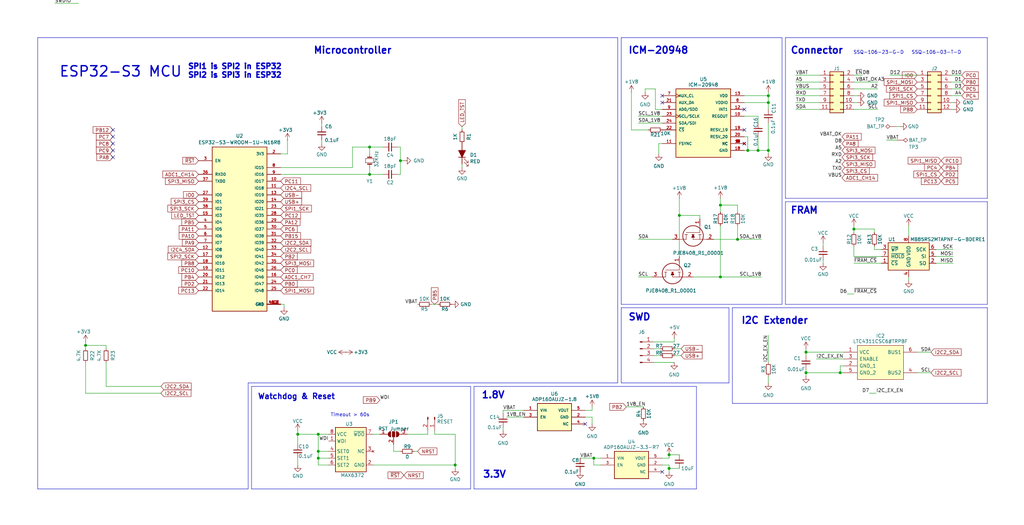
<source format=kicad_sch>
(kicad_sch (version 20250114) (generator "eeschema") (generator_version "9.0")
  (paper "User" 380 194.996)
  (title_block (title "HexSense Svalbard - MCU module") (date "2023-05-25") (rev "V1") (company "MIT Media Lab") (comment 1 "Fangzheng Liu"))
  (rectangle (start 47.244 -15.24) (end 67.31 -12.192))
  (text "ICM-20948" (at 233.045 20.32 0) (effects (font (size 2.54 2.54) (thickness 0.508) (bold yes)) (justify left bottom)))
  (text "SSQ-106-03-T-D" (at 338.201 20.32 0) (effects (font (size 1.27 1.27)) (justify left bottom)))
  (text "1.8V" (at 178.562 148.336 0) (effects (font (size 2.54 2.54) (thickness 0.508) (bold yes)) (justify left bottom)))
  (text "SPI1 is SPI2 in ESP32\nSPI2 is SPI3 in ESP32" (at 69.596 29.21 0) (effects (font (size 2 2) (thickness 0.508) (bold yes)) (justify left bottom)))
  (text "Microcontroller" (at 116.205 20.32 0) (effects (font (size 2.54 2.54) (thickness 0.508) (bold yes)) (justify left bottom)))
  (text "FRAM" (at 293.243 79.756 0) (effects (font (size 2.54 2.54) (thickness 0.508) (bold yes)) (justify left bottom)))
  (text "Timeout > 60s" (at 137.16 154.94 0) (effects (font (size 1.27 1.27)) (justify right bottom)))
  (text "ESP32-S3 MCU" (at 21.844 28.956 0) (effects (font (size 3.81 3.81) (thickness 0.508) (bold yes)) (justify left bottom)))
  (text "Watchdog & Reset" (at 124.46 148.59 0) (effects (font (size 2.032 2.032) (thickness 0.4) (bold yes)) (justify right bottom)))
  (text "SWD" (at 233.045 119.38 0) (effects (font (size 2.54 2.54) (thickness 0.508) (bold yes)) (justify left bottom)))
  (text "Connector" (at 293.243 20.32 0) (effects (font (size 2.54 2.54) (thickness 0.508) (bold yes)) (justify left bottom)))
  (text "3.3V" (at 179.07 177.8 0) (effects (font (size 2.54 2.54) (thickness 0.508) (bold yes)) (justify left bottom)))
  (text "Switch these 2 pins" (at 47.498 -12.7 0) (effects (font (size 1.27 1.27)) (justify left bottom)))
  (text "SSQ-106-23-G-D" (at 316.611 20.32 0) (effects (font (size 1.27 1.27)) (justify left bottom)))
  (text "I2C Extender" (at 274.955 120.65 0) (effects (font (size 2.54 2.54) (thickness 0.508) (bold yes)) (justify left bottom)))
  (junction (at 220.345 170.18))
  (junction (at 118.11 161.29))
  (junction (at 118.11 170.18))
  (junction (at 110.49 161.29))
  (junction (at 248.285 168.91))
  (junction (at 316.865 85.09))
  (junction (at 277.495 55.88))
  (junction (at 118.11 167.64))
  (junction (at 267.335 102.87))
  (junction (at 267.335 76.2))
  (junction (at 285.115 55.88))
  (junction (at 168.91 172.72))
  (junction (at 311.785 138.43))
  (junction (at 299.085 138.43))
  (junction (at 273.685 88.9))
  (junction (at 248.285 173.99))
  (junction (at 31.75 128.27))
  (junction (at 299.085 130.81))
  (junction (at 281.305 55.88))
  (junction (at 252.095 80.01))
  (junction (at 137.16 64.77))
  (junction (at 285.115 38.1))
  (junction (at 148.59 59.69))
  (junction (at 285.115 35.56))
  (junction (at 137.16 54.61))
  (no_connect (at 41.91 50.8))
  (no_connect (at 41.91 48.26))
  (no_connect (at 245.745 175.26))
  (no_connect (at 276.225 48.26))
  (no_connect (at 245.745 35.56))
  (no_connect (at 29.21 -69.85))
  (no_connect (at 245.745 38.1))
  (no_connect (at 276.225 53.34))
  (no_connect (at 29.21 -44.45))
  (no_connect (at 217.17 157.48))
  (no_connect (at 41.91 53.34))
  (no_connect (at 41.91 55.88))
  (no_connect (at 41.91 58.42))
  (no_connect (at 276.225 40.64))
  (wire (pts (xy 121.92 167.64) (xy 118.11 167.64)))
  (wire (pts (xy 285.115 45.72) (xy 285.115 55.88)))
  (wire (pts (xy 138.43 172.72) (xy 168.91 172.72)))
  (wire (pts (xy 20.32 -46.99) (xy 29.21 -46.99)))
  (polyline (pts (xy 366.395 73.66) (xy 291.465 73.66)))
  (wire (pts (xy 12.7 -21.59) (xy 29.21 -21.59)))
  (wire (pts (xy 215.265 170.18) (xy 220.345 170.18)))
  (wire (pts (xy 324.485 92.71) (xy 327.025 92.71)))
  (wire (pts (xy 39.37 134.62) (xy 39.37 143.51)))
  (wire (pts (xy 20.32 -29.21) (xy 29.21 -29.21)))
  (wire (pts (xy 234.315 48.26) (xy 240.665 48.26)))
  (wire (pts (xy 217.17 154.94) (xy 219.71 154.94)))
  (wire (pts (xy 340.36 130.81) (xy 345.44 130.81)))
  (polyline (pts (xy 230.505 114.3) (xy 270.51 114.3)))
  (wire (pts (xy 311.785 135.89) (xy 311.785 138.43)))
  (wire (pts (xy 316.865 91.44) (xy 316.865 95.25)))
  (polyline (pts (xy 366.395 114.3) (xy 366.395 149.86)))
  (wire (pts (xy 273.685 88.9) (xy 282.575 88.9)))
  (polyline (pts (xy 92.075 142.24) (xy 229.235 142.24)))
  (wire (pts (xy 137.16 57.15) (xy 137.16 54.61)))
  (wire (pts (xy 20.32 -34.29) (xy 29.21 -34.29)))
  (polyline (pts (xy 174.625 181.61) (xy 93.345 181.61)))
  (polyline (pts (xy 175.895 143.51) (xy 175.895 181.61)))
  (wire (pts (xy 48.26 -49.53) (xy 54.61 -49.53)))
  (wire (pts (xy 353.06 38.1) (xy 353.695 38.1)))
  (wire (pts (xy 161.29 161.29) (xy 168.91 161.29)))
  (wire (pts (xy 244.475 53.34) (xy 244.475 57.15)))
  (wire (pts (xy 313.055 135.89) (xy 311.785 135.89)))
  (wire (pts (xy 148.59 54.61) (xy 147.32 54.61)))
  (wire (pts (xy 48.26 -19.05) (xy 54.61 -19.05)))
  (wire (pts (xy 142.24 54.61) (xy 137.16 54.61)))
  (wire (pts (xy 276.225 38.1) (xy 285.115 38.1)))
  (wire (pts (xy 316.865 38.1) (xy 318.135 38.1)))
  (wire (pts (xy 104.14 62.23) (xy 130.81 62.23)))
  (wire (pts (xy 242.57 132.08) (xy 245.11 132.08)))
  (polyline (pts (xy 270.51 114.3) (xy 270.51 142.24)))
  (wire (pts (xy 267.335 76.2) (xy 273.685 76.2)))
  (wire (pts (xy 186.69 152.4) (xy 186.69 153.67)))
  (wire (pts (xy 242.57 134.62) (xy 250.19 134.62)))
  (wire (pts (xy 160.02 113.03) (xy 162.56 113.03)))
  (wire (pts (xy 347.345 95.25) (xy 353.695 95.25)))
  (polyline (pts (xy 92.075 181.61) (xy 92.075 142.24)))
  (wire (pts (xy 328.93 52.07) (xy 332.74 52.07)))
  (wire (pts (xy 171.45 48.26) (xy 171.45 46.99)))
  (wire (pts (xy 12.7 -1.27) (xy 29.21 -1.27)))
  (wire (pts (xy 48.26 -69.85) (xy 54.61 -69.85)))
  (wire (pts (xy 252.095 80.01) (xy 252.095 95.25)))
  (wire (pts (xy 20.32 -24.13) (xy 29.21 -24.13)))
  (wire (pts (xy 295.275 27.94) (xy 304.165 27.94)))
  (wire (pts (xy 273.685 83.82) (xy 273.685 88.9)))
  (polyline (pts (xy 229.235 142.24) (xy 229.235 13.97)))
  (wire (pts (xy 243.205 40.64) (xy 243.205 33.02)))
  (polyline (pts (xy 271.78 114.3) (xy 366.395 114.3)))
  (wire (pts (xy 137.16 64.77) (xy 142.24 64.77)))
  (wire (pts (xy 20.32 -26.67) (xy 29.21 -26.67)))
  (wire (pts (xy 110.49 161.29) (xy 118.11 161.29)))
  (wire (pts (xy 324.485 86.36) (xy 324.485 85.09)))
  (wire (pts (xy 276.225 43.18) (xy 281.305 43.18)))
  (polyline (pts (xy 259.715 142.24) (xy 259.715 142.24)))
  (wire (pts (xy 104.14 64.77) (xy 137.16 64.77)))
  (polyline (pts (xy 259.715 142.24) (xy 270.51 142.24)))
  (wire (pts (xy 31.75 134.62) (xy 31.75 146.05)))
  (wire (pts (xy 118.11 172.72) (xy 121.92 172.72)))
  (wire (pts (xy 305.435 97.79) (xy 305.435 96.52)))
  (wire (pts (xy 281.305 43.18) (xy 281.305 45.72)))
  (wire (pts (xy 148.59 64.77) (xy 148.59 59.69)))
  (wire (pts (xy 31.75 128.27) (xy 39.37 128.27)))
  (wire (pts (xy 239.395 33.02) (xy 239.395 34.29)))
  (wire (pts (xy 20.32 -57.15) (xy 29.21 -57.15)))
  (wire (pts (xy 267.335 102.87) (xy 282.575 102.87)))
  (wire (pts (xy 118.11 161.29) (xy 118.11 167.64)))
  (wire (pts (xy 267.335 83.82) (xy 267.335 102.87)))
  (polyline (pts (xy 291.465 74.93) (xy 366.395 74.93)))
  (wire (pts (xy 299.085 129.54) (xy 299.085 130.81)))
  (wire (pts (xy 48.26 -54.61) (xy 54.61 -54.61)))
  (wire (pts (xy 295.275 40.64) (xy 304.165 40.64)))
  (wire (pts (xy 20.32 -31.75) (xy 29.21 -31.75)))
  (wire (pts (xy 316.865 95.25) (xy 327.025 95.25)))
  (wire (pts (xy 31.75 128.27) (xy 31.75 129.54)))
  (wire (pts (xy 118.11 167.64) (xy 118.11 170.18)))
  (wire (pts (xy 20.32 -41.91) (xy 29.21 -41.91)))
  (wire (pts (xy 299.085 137.16) (xy 299.085 138.43)))
  (polyline (pts (xy 366.395 13.97) (xy 366.395 73.66)))
  (polyline (pts (xy 230.505 13.97) (xy 230.505 113.03)))
  (wire (pts (xy 257.175 102.87) (xy 267.335 102.87)))
  (wire (pts (xy 110.49 170.18) (xy 110.49 172.72)))
  (wire (pts (xy 118.11 170.18) (xy 121.92 170.18)))
  (wire (pts (xy 194.31 154.94) (xy 187.96 154.94)))
  (wire (pts (xy 20.32 -8.89) (xy 29.21 -8.89)))
  (wire (pts (xy 322.58 146.05) (xy 325.12 146.05)))
  (wire (pts (xy 353.06 35.56) (xy 356.87 35.56)))
  (wire (pts (xy 285.115 139.7) (xy 285.115 142.24)))
  (wire (pts (xy 118.11 170.18) (xy 118.11 172.72)))
  (polyline (pts (xy 366.395 113.03) (xy 291.465 113.03)))
  (wire (pts (xy 104.14 113.03) (xy 105.41 113.03)))
  (polyline (pts (xy 175.895 143.51) (xy 258.445 143.51)))
  (wire (pts (xy 20.32 -52.07) (xy 29.21 -52.07)))
  (wire (pts (xy 118.11 161.29) (xy 121.92 161.29)))
  (wire (pts (xy 332.74 46.99) (xy 334.01 46.99)))
  (wire (pts (xy 168.91 172.72) (xy 168.91 173.99)))
  (wire (pts (xy 248.285 175.26) (xy 248.285 173.99)))
  (wire (pts (xy 48.26 -46.99) (xy 54.61 -46.99)))
  (wire (pts (xy 267.335 76.2) (xy 267.335 78.74)))
  (wire (pts (xy 245.745 172.72) (xy 248.285 172.72)))
  (wire (pts (xy 161.29 160.02) (xy 161.29 161.29)))
  (polyline (pts (xy 258.445 143.51) (xy 258.445 181.61)))
  (wire (pts (xy 252.095 73.66) (xy 252.095 80.01)))
  (polyline (pts (xy 291.465 74.93) (xy 291.465 113.03)))
  (wire (pts (xy 158.75 160.02) (xy 158.75 161.29)))
  (wire (pts (xy 232.41 151.13) (xy 238.76 151.13)))
  (wire (pts (xy 299.085 130.81) (xy 299.085 132.08)))
  (wire (pts (xy 29.21 1.27) (xy 20.32 1.27)))
  (wire (pts (xy 236.855 45.72) (xy 245.745 45.72)))
  (wire (pts (xy 242.57 129.54) (xy 245.11 129.54)))
  (wire (pts (xy 168.91 161.29) (xy 168.91 172.72)))
  (wire (pts (xy 285.115 55.88) (xy 285.115 57.15)))
  (wire (pts (xy 39.37 143.51) (xy 59.69 143.51)))
  (polyline (pts (xy 230.505 13.97) (xy 290.195 13.97)))
  (wire (pts (xy 337.185 83.82) (xy 337.185 87.63)))
  (wire (pts (xy 340.36 138.43) (xy 345.44 138.43)))
  (wire (pts (xy 31.75 127) (xy 31.75 128.27)))
  (wire (pts (xy 299.085 138.43) (xy 311.785 138.43)))
  (wire (pts (xy 20.32 -72.39) (xy 29.21 -72.39)))
  (wire (pts (xy 295.275 33.02) (xy 304.165 33.02)))
  (wire (pts (xy 285.115 38.1) (xy 285.115 35.56)))
  (wire (pts (xy 186.69 152.4) (xy 194.31 152.4)))
  (wire (pts (xy 220.345 170.18) (xy 222.885 170.18)))
  (wire (pts (xy 110.49 161.29) (xy 110.49 165.1)))
  (wire (pts (xy 314.325 109.22) (xy 316.865 109.22)))
  (wire (pts (xy 151.13 161.29) (xy 158.75 161.29)))
  (wire (pts (xy 148.59 59.69) (xy 148.59 54.61)))
  (wire (pts (xy 5.08 -19.05) (xy 29.21 -19.05)))
  (wire (pts (xy 138.43 161.29) (xy 140.97 161.29)))
  (wire (pts (xy 295.275 35.56) (xy 304.165 35.56)))
  (wire (pts (xy 337.185 102.87) (xy 337.185 104.14)))
  (polyline (pts (xy 291.465 13.97) (xy 366.395 13.97)))
  (wire (pts (xy 20.32 -36.83) (xy 29.21 -36.83)))
  (wire (pts (xy 20.32 -49.53) (xy 29.21 -49.53)))
  (wire (pts (xy 39.37 128.27) (xy 39.37 129.54)))
  (wire (pts (xy 48.26 -52.07) (xy 54.61 -52.07)))
  (wire (pts (xy 106.68 57.15) (xy 106.68 52.07)))
  (polyline (pts (xy 258.445 181.61) (xy 175.895 181.61)))
  (wire (pts (xy 295.275 38.1) (xy 304.165 38.1)))
  (wire (pts (xy 31.75 146.05) (xy 59.69 146.05)))
  (wire (pts (xy 248.285 168.91) (xy 252.095 168.91)))
  (polyline (pts (xy 366.395 149.86) (xy 271.78 149.86)))
  (wire (pts (xy 277.495 50.8) (xy 277.495 55.88)))
  (wire (pts (xy 316.865 33.02) (xy 325.755 33.02)))
  (wire (pts (xy 20.32 -64.77) (xy 29.21 -64.77)))
  (polyline (pts (xy 174.625 143.51) (xy 174.625 181.61)))
  (wire (pts (xy 311.785 138.43) (xy 313.055 138.43)))
  (wire (pts (xy 245.745 53.34) (xy 244.475 53.34)))
  (polyline (pts (xy 230.505 142.24) (xy 259.715 142.24)))
  (wire (pts (xy 316.865 27.94) (xy 320.04 27.94)))
  (wire (pts (xy 234.315 34.29) (xy 234.315 48.26)))
  (wire (pts (xy 186.69 160.02) (xy 186.69 158.75)))
  (wire (pts (xy 353.06 27.94) (xy 356.87 27.94)))
  (wire (pts (xy 236.855 43.18) (xy 245.745 43.18)))
  (wire (pts (xy 137.16 64.77) (xy 137.16 62.23)))
  (wire (pts (xy 48.26 -16.51) (xy 54.61 -16.51)))
  (wire (pts (xy 222.885 172.72) (xy 220.345 172.72)))
  (wire (pts (xy 248.285 173.99) (xy 252.095 173.99)))
  (wire (pts (xy 243.205 33.02) (xy 239.395 33.02)))
  (polyline (pts (xy 271.78 114.3) (xy 271.78 149.86)))
  (wire (pts (xy 248.285 172.72) (xy 248.285 173.99)))
  (wire (pts (xy 220.345 170.18) (xy 220.345 172.72)))
  (wire (pts (xy 264.795 88.9) (xy 273.685 88.9)))
  (wire (pts (xy 250.19 127) (xy 250.19 125.73)))
  (wire (pts (xy 245.745 170.18) (xy 248.285 170.18)))
  (wire (pts (xy 353.06 33.02) (xy 356.87 33.02)))
  (wire (pts (xy 353.695 92.71) (xy 347.345 92.71)))
  (wire (pts (xy 316.865 83.82) (xy 316.865 85.09)))
  (wire (pts (xy 110.49 160.02) (xy 110.49 161.29)))
  (wire (pts (xy 149.86 59.69) (xy 148.59 59.69)))
  (wire (pts (xy 285.115 35.56) (xy 285.115 34.29)))
  (wire (pts (xy 324.485 85.09) (xy 316.865 85.09)))
  (wire (pts (xy 324.485 91.44) (xy 324.485 92.71)))
  (wire (pts (xy 316.865 30.48) (xy 325.755 30.48)))
  (wire (pts (xy 353.06 40.64) (xy 353.695 40.64)))
  (wire (pts (xy 316.865 40.64) (xy 325.755 40.64)))
  (wire (pts (xy 242.57 127) (xy 250.19 127)))
  (wire (pts (xy 130.81 54.61) (xy 137.16 54.61)))
  (wire (pts (xy 20.32 -39.37) (xy 29.21 -39.37)))
  (wire (pts (xy 48.26 -67.31) (xy 54.61 -67.31)))
  (wire (pts (xy 119.38 45.72) (xy 119.38 46.99)))
  (polyline (pts (xy 13.97 13.97) (xy 13.97 181.61)))
  (wire (pts (xy 153.67 167.64) (xy 154.94 167.64)))
  (wire (pts (xy 316.865 35.56) (xy 318.135 35.56)))
  (wire (pts (xy 281.305 55.88) (xy 285.115 55.88)))
  (wire (pts (xy 285.115 124.46) (xy 285.115 134.62)))
  (wire (pts (xy 20.32 -6.35) (xy 29.21 -6.35)))
  (wire (pts (xy 219.71 154.94) (xy 219.71 157.48)))
  (wire (pts (xy 302.895 133.35) (xy 313.055 133.35)))
  (wire (pts (xy 245.745 40.64) (xy 243.205 40.64)))
  (wire (pts (xy 248.285 170.18) (xy 248.285 168.91)))
  (wire (pts (xy 20.32 -59.69) (xy 29.21 -59.69)))
  (wire (pts (xy 273.685 76.2) (xy 273.685 78.74)))
  (wire (pts (xy 252.095 80.01) (xy 259.715 80.01)))
  (wire (pts (xy 252.73 132.08) (xy 250.19 132.08)))
  (wire (pts (xy 353.06 30.48) (xy 356.87 30.48)))
  (wire (pts (xy 236.855 88.9) (xy 249.555 88.9)))
  (wire (pts (xy 276.225 50.8) (xy 277.495 50.8)))
  (wire (pts (xy 29.21 -13.97) (xy 20.32 -13.97)))
  (wire (pts (xy 252.73 129.54) (xy 250.19 129.54)))
  (polyline (pts (xy 93.345 143.51) (xy 93.345 181.61)))
  (wire (pts (xy 104.14 57.15) (xy 106.68 57.15)))
  (wire (pts (xy 299.085 138.43) (xy 299.085 139.7)))
  (wire (pts (xy 146.05 167.64) (xy 148.59 167.64)))
  (wire (pts (xy 347.345 97.79) (xy 353.695 97.79)))
  (polyline (pts (xy 93.345 143.51) (xy 174.625 143.51)))
  (wire (pts (xy 295.275 30.48) (xy 304.165 30.48)))
  (wire (pts (xy 130.81 62.23) (xy 130.81 54.61)))
  (wire (pts (xy 105.41 113.03) (xy 105.41 114.3)))
  (polyline (pts (xy 229.235 13.97) (xy 13.97 13.97)))
  (wire (pts (xy 20.32 -54.61) (xy 29.21 -54.61)))
  (wire (pts (xy 146.05 167.64) (xy 146.05 165.1)))
  (polyline (pts (xy 13.97 181.61) (xy 92.075 181.61)))
  (wire (pts (xy 276.225 55.88) (xy 277.495 55.88)))
  (wire (pts (xy 219.71 151.13) (xy 219.71 152.4)))
  (wire (pts (xy 316.865 97.79) (xy 327.025 97.79)))
  (wire (pts (xy 305.435 90.17) (xy 305.435 91.44)))
  (wire (pts (xy 259.715 81.28) (xy 259.715 80.01)))
  (wire (pts (xy 285.115 38.1) (xy 285.115 40.64)))
  (wire (pts (xy 276.225 35.56) (xy 285.115 35.56)))
  (wire (pts (xy 20.32 -67.31) (xy 29.21 -67.31)))
  (wire (pts (xy 119.38 52.07) (xy 119.38 53.34)))
  (wire (pts (xy 267.335 73.66) (xy 267.335 76.2)))
  (wire (pts (xy 171.45 62.23) (xy 171.45 60.96)))
  (polyline (pts (xy 366.395 74.93) (xy 366.395 113.03)))
  (polyline (pts (xy 290.195 13.97) (xy 290.195 113.03)))
  (wire (pts (xy 330.2 27.94) (xy 340.36 27.94)))
  (wire (pts (xy 20.32 -62.23) (xy 29.21 -62.23)))
  (wire (pts (xy 20.32 -16.51) (xy 29.21 -16.51)))
  (wire (pts (xy 316.865 85.09) (xy 316.865 86.36)))
  (wire (pts (xy 217.17 152.4) (xy 219.71 152.4)))
  (wire (pts (xy 236.855 102.87) (xy 241.935 102.87)))
  (wire (pts (xy 299.085 130.81) (xy 313.055 130.81)))
  (wire (pts (xy 277.495 55.88) (xy 281.305 55.88)))
  (wire (pts (xy 281.305 50.8) (xy 281.305 55.88)))
  (polyline (pts (xy 230.505 114.3) (xy 230.505 142.24)))
  (wire (pts (xy 147.32 64.77) (xy 148.59 64.77)))
  (polyline (pts (xy 230.505 113.03) (xy 290.195 113.03)))
  (polyline (pts (xy 291.465 13.97) (xy 291.465 73.66)))
  (label "RXD" (at 295.275 35.56 0))
  (label "SDA" (at 20.32 -21.59 0))
  (label "A2" (at 312.42 60.96 180))
  (label "USB+" (at 20.32 -13.97 0))
  (label "D4" (at 20.32 -57.15 0))
  (label "A1" (at 54.61 -54.61 180))
  (label "A3" (at 20.32 -67.31 0))
  (label "SWDCLK" (at 20.32 -1.27 0))
  (label "D0" (at 20.32 -49.53 0))
  (label "~{FRAM_CS}" (at 316.865 97.79 0))
  (label "D1" (at 20.32 -52.07 0))
  (label "MISO" (at 20.32 -46.99 0))
  (label "MOSI" (at 54.61 -49.53 180))
  (label "A5" (at 312.42 55.88 180))
  (label "SDA" (at 236.855 88.9 0))
  (label "SCL" (at 20.32 -19.05 0))
  (label "1V8_EN" (at 187.96 154.94 0))
  (label "A5" (at 54.61 -69.85 180))
  (label "D11" (at 20.32 -36.83 0))
  (label "D8" (at 312.42 53.34 180))
  (label "D2" (at 20.32 -41.91 0))
  (label "D1" (at 356.87 30.48 180))
  (label "MISO" (at 353.695 97.79 180))
  (label "TXD" (at 295.275 38.1 0))
  (label "TXD" (at 54.61 -16.51 180))
  (label "RXLED" (at 54.61 -67.31 180))
  (label "SCL" (at 236.855 102.87 0))
  (label "TXD" (at 312.42 63.5 180))
  (label "~{EN}" (at 320.04 27.94 180))
  (label "A5" (at 295.275 30.48 0))
  (label "VBAT" (at 186.69 152.4 0))
  (label "MPPT_EN" (at 20.32 -6.35 0))
  (label "VBAT_OK" (at 312.42 50.8 180))
  (label "SCL_1V8" (at 282.575 102.87 180))
  (label "D9" (at 20.32 -59.69 0))
  (label "D10" (at 356.87 27.94 180))
  (label "D8" (at 320.04 27.94 0))
  (label "D7" (at 20.32 -24.13 0))
  (label "VBAT" (at 295.275 27.94 0))
  (label "~{FRAM_CS}" (at 316.865 109.22 0))
  (label "A2" (at 54.61 -52.07 180))
  (label "VBAT" (at 328.93 52.07 0))
  (label "VBAT" (at 215.265 170.18 0))
  (label "1V8_EN" (at 232.41 151.13 0))
  (label "1V8_EN" (at 20.32 -8.89 0))
  (label "D3" (at 20.32 -54.61 0))
  (label "VBAT_OK" (at 325.755 30.48 180))
  (label "WDI" (at 140.97 148.59 0))
  (label "USB-" (at 20.32 -16.51 0))
  (label "MOSI" (at 353.695 95.25 180))
  (label "D12" (at 330.2 27.94 0))
  (label "A4" (at 356.87 35.56 180))
  (label "D6" (at 20.32 -26.67 0))
  (label "SDA_1V8" (at 282.575 88.9 180))
  (label "SDA_1V8" (at 236.855 45.72 0))
  (label "SCL" (at 345.44 138.43 180))
  (label "I2C_EX_EN" (at 285.115 124.46 270))
  (label "RXD" (at 312.42 58.42 180))
  (label "WDI" (at 121.92 163.83 180))
  (label "SDA" (at 345.44 130.81 180))
  (label "SCK" (at 353.695 92.71 180))
  (label "A4" (at 20.32 -64.77 0))
  (label "D10" (at 20.32 -31.75 0))
  (label "D5" (at 20.32 -39.37 0))
  (label "SDA" (at 295.275 40.64 0))
  (label "A2" (at 325.755 33.02 180))
  (label "VBUS" (at 312.42 66.04 180))
  (label "SCK" (at 54.61 -46.99 180))
  (label "SCL_1V8" (at 236.855 43.18 0))
  (label "A0" (at 20.32 -72.39 0))
  (label "D7" (at 322.58 146.05 180))
  (label "D8" (at 20.32 -62.23 0))
  (label "VBAT" (at 154.94 113.03 180))
  (label "D3" (at 356.87 33.02 180))
  (label "A3" (at 325.755 30.48 0))
  (label "RXD" (at 54.61 -19.05 180))
  (label "D12" (at 20.32 -29.21 0))
  (label "D6" (at 314.325 109.22 180))
  (label "I2C_EX_EN" (at 325.12 146.05 0))
  (label "D13" (at 20.32 -34.29 0))
  (label "SWDIO" (at 20.32 1.27 0))
  (label "SCL" (at 325.755 40.64 180))
  (label "VBUS" (at 295.275 33.02 0))
  (label "I2C_EX_EN" (at 302.895 133.35 0))
  (global_label "PC4" (shape input) (at 349.25 62.23 180) (property "Intersheetrefs" "${INTERSHEET_REFS}" (effects (hide yes))))
  (global_label "SPI3_MISO" (shape input) (at 312.42 60.96 0) (property "Intersheetrefs" "${INTERSHEET_REFS}" (effects (hide yes))))
  (global_label "I2C4_SDA" (shape input) (at 73.66 92.71 180) (property "Intersheetrefs" "${INTERSHEET_REFS}" (effects (hide yes))))
  (global_label "ADC1_CH14" (shape input) (at 312.42 66.04 0) (property "Intersheetrefs" "${INTERSHEET_REFS}" (effects (hide yes))))
  (global_label "NRST" (shape input) (at 154.94 167.64 0) (property "Intersheetrefs" "${INTERSHEET_REFS}" (effects (hide yes))))
  (global_label "SPI1_SCK" (shape input) (at 340.36 33.02 180) (property "Intersheetrefs" "${INTERSHEET_REFS}" (effects (hide yes))))
  (global_label "PA11" (shape input) (at 312.42 50.8 0) (property "Intersheetrefs" "${INTERSHEET_REFS}" (effects (hide yes))))
  (global_label "ADC1_CH7" (shape input) (at 104.14 102.87 0) (property "Intersheetrefs" "${INTERSHEET_REFS}" (effects (hide yes))))
  (global_label "SPI3_SCK" (shape input) (at 73.66 77.47 180) (property "Intersheetrefs" "${INTERSHEET_REFS}" (effects (hide yes))))
  (global_label "SPI1_CS" (shape input) (at 340.36 35.56 180) (property "Intersheetrefs" "${INTERSHEET_REFS}" (effects (hide yes))))
  (global_label "PB15" (shape input) (at 104.14 87.63 0) (property "Intersheetrefs" "${INTERSHEET_REFS}" (effects (hide yes))))
  (global_label "PC10" (shape input) (at 73.66 100.33 180) (property "Intersheetrefs" "${INTERSHEET_REFS}" (effects (hide yes))))
  (global_label "PB5" (shape input) (at 161.29 113.03 90) (property "Intersheetrefs" "${INTERSHEET_REFS}" (effects (hide yes))))
  (global_label "SPI1_SCK" (shape input) (at 104.14 77.47 0) (property "Intersheetrefs" "${INTERSHEET_REFS}" (effects (hide yes))))
  (global_label "PC12" (shape input) (at 104.14 80.01 0) (property "Intersheetrefs" "${INTERSHEET_REFS}" (effects (hide yes))))
  (global_label "PB12" (shape input) (at 41.91 48.26 180) (property "Intersheetrefs" "${INTERSHEET_REFS}" (effects (hide yes))))
  (global_label "PC13" (shape input) (at 73.66 107.95 180) (property "Intersheetrefs" "${INTERSHEET_REFS}" (effects (hide yes))))
  (global_label "PA10" (shape input) (at 73.66 87.63 180) (property "Intersheetrefs" "${INTERSHEET_REFS}" (effects (hide yes))))
  (global_label "LED_TST" (shape input) (at 73.66 80.01 180) (property "Intersheetrefs" "${INTERSHEET_REFS}" (effects (hide yes))))
  (global_label "PC11" (shape input) (at 104.14 67.31 0) (property "Intersheetrefs" "${INTERSHEET_REFS}" (effects (hide yes))))
  (global_label "PB9" (shape input) (at 140.97 148.59 180) (property "Intersheetrefs" "${INTERSHEET_REFS}" (effects (hide yes))))
  (global_label "PC10" (shape input) (at 349.25 59.69 0) (property "Intersheetrefs" "${INTERSHEET_REFS}" (effects (hide yes))))
  (global_label "PA9" (shape input) (at 73.66 90.17 180) (property "Intersheetrefs" "${INTERSHEET_REFS}" (effects (hide yes))))
  (global_label "PC8" (shape input) (at 41.91 53.34 180) (property "Intersheetrefs" "${INTERSHEET_REFS}" (effects (hide yes))))
  (global_label "PB2" (shape input) (at 104.14 95.25 0) (property "Intersheetrefs" "${INTERSHEET_REFS}" (effects (hide yes))))
  (global_label "I2C2_SDA" (shape input) (at 59.69 143.51 0) (property "Intersheetrefs" "${INTERSHEET_REFS}" (effects (hide yes))))
  (global_label "~{RST}" (shape input) (at 73.66 59.69 180) (property "Intersheetrefs" "${INTERSHEET_REFS}" (effects (hide yes))))
  (global_label "NRST" (shape input) (at 149.86 176.53 0) (property "Intersheetrefs" "${INTERSHEET_REFS}" (effects (hide yes))))
  (global_label "I2C2_SCL" (shape input) (at 345.44 138.43 0) (property "Intersheetrefs" "${INTERSHEET_REFS}" (effects (hide yes))))
  (global_label "SPI2_SCK" (shape input) (at 73.66 95.25 180) (property "Intersheetrefs" "${INTERSHEET_REFS}" (effects (hide yes))))
  (global_label "USB-" (shape input) (at 104.14 72.39 0) (property "Intersheetrefs" "${INTERSHEET_REFS}" (effects (hide yes))))
  (global_label "USB-" (shape input) (at 252.73 129.54 0) (property "Intersheetrefs" "${INTERSHEET_REFS}" (effects (hide yes))))
  (global_label "PC9" (shape input) (at 41.91 55.88 180) (property "Intersheetrefs" "${INTERSHEET_REFS}" (effects (hide yes))))
  (global_label "PB5" (shape input) (at 73.66 82.55 180) (property "Intersheetrefs" "${INTERSHEET_REFS}" (effects (hide yes))))
  (global_label "PD2" (shape input) (at 349.25 64.77 0) (property "Intersheetrefs" "${INTERSHEET_REFS}" (effects (hide yes))))
  (global_label "SPI3_SCK" (shape input) (at 312.42 58.42 0) (property "Intersheetrefs" "${INTERSHEET_REFS}" (effects (hide yes))))
  (global_label "PB8" (shape input) (at 340.36 40.64 180) (property "Intersheetrefs" "${INTERSHEET_REFS}" (effects (hide yes))))
  (global_label "PA11" (shape input) (at 73.66 85.09 180) (property "Intersheetrefs" "${INTERSHEET_REFS}" (effects (hide yes))))
  (global_label "SPI3_MOSI" (shape input) (at 104.14 97.79 0) (property "Intersheetrefs" "${INTERSHEET_REFS}" (effects (hide yes))))
  (global_label "SPI1_MISO" (shape input) (at 349.25 59.69 180) (property "Intersheetrefs" "${INTERSHEET_REFS}" (effects (hide yes))))
  (global_label "SPI1_MISO" (shape input) (at 340.36 38.1 180) (property "Intersheetrefs" "${INTERSHEET_REFS}" (effects (hide yes))))
  (global_label "PC0" (shape input) (at 104.14 100.33 0) (property "Intersheetrefs" "${INTERSHEET_REFS}" (effects (hide yes))))
  (global_label "PC13" (shape input) (at 349.25 67.31 180) (property "Intersheetrefs" "${INTERSHEET_REFS}" (effects (hide yes))))
  (global_label "SPI1_MOSI" (shape input) (at 340.36 30.48 180) (property "Intersheetrefs" "${INTERSHEET_REFS}" (effects (hide yes))))
  (global_label "IO0" (shape input) (at 340.36 27.94 180) (property "Intersheetrefs" "${INTERSHEET_REFS}" (effects (hide yes))))
  (global_label "PB0" (shape input) (at 356.87 30.48 0) (property "Intersheetrefs" "${INTERSHEET_REFS}" (effects (hide yes))))
  (global_label "IO0" (shape input) (at 73.66 72.39 180) (property "Intersheetrefs" "${INTERSHEET_REFS}" (effects (hide yes))))
  (global_label "SPI3_MOSI" (shape input) (at 312.42 55.88 0) (property "Intersheetrefs" "${INTERSHEET_REFS}" (effects (hide yes))))
  (global_label "PA8" (shape input) (at 41.91 58.42 180) (property "Intersheetrefs" "${INTERSHEET_REFS}" (effects (hide yes))))
  (global_label "PB4" (shape input) (at 73.66 102.87 180) (property "Intersheetrefs" "${INTERSHEET_REFS}" (effects (hide yes))))
  (global_label "I2C4_SCL" (shape input) (at 104.14 69.85 0) (property "Intersheetrefs" "${INTERSHEET_REFS}" (effects (hide yes))))
  (global_label "USB+" (shape input) (at 252.73 132.08 0) (property "Intersheetrefs" "${INTERSHEET_REFS}" (effects (hide yes))))
  (global_label "LED_TST" (shape input) (at 171.45 46.99 90) (property "Intersheetrefs" "${INTERSHEET_REFS}" (effects (hide yes))))
  (global_label "I2C2_SCL" (shape input) (at 104.14 92.71 0) (property "Intersheetrefs" "${INTERSHEET_REFS}" (effects (hide yes))))
  (global_label "PC6" (shape input) (at 104.14 85.09 0) (property "Intersheetrefs" "${INTERSHEET_REFS}" (effects (hide yes))))
  (global_label "PC5" (shape input) (at 349.25 67.31 0) (property "Intersheetrefs" "${INTERSHEET_REFS}" (effects (hide yes))))
  (global_label "PB2" (shape input) (at 232.41 151.13 180) (property "Intersheetrefs" "${INTERSHEET_REFS}" (effects (hide yes))))
  (global_label "PC4" (shape input) (at 356.87 35.56 0) (property "Intersheetrefs" "${INTERSHEET_REFS}" (effects (hide yes))))
  (global_label "SPI3_MISO" (shape input) (at 73.66 67.31 180) (property "Intersheetrefs" "${INTERSHEET_REFS}" (effects (hide yes))))
  (global_label "SPI1_CS" (shape input) (at 349.25 64.77 180) (property "Intersheetrefs" "${INTERSHEET_REFS}" (effects (hide yes))))
  (global_label "SPI3_CS" (shape input) (at 73.66 74.93 180) (property "Intersheetrefs" "${INTERSHEET_REFS}" (effects (hide yes))))
  (global_label "PB0" (shape input) (at 104.14 105.41 0) (property "Intersheetrefs" "${INTERSHEET_REFS}" (effects (hide yes))))
  (global_label "USB+" (shape input) (at 104.14 74.93 0) (property "Intersheetrefs" "${INTERSHEET_REFS}" (effects (hide yes))))
  (global_label "PC5" (shape input) (at 356.87 33.02 0) (property "Intersheetrefs" "${INTERSHEET_REFS}" (effects (hide yes))))
  (global_label "I2C2_SDA" (shape input) (at 345.44 130.81 0) (property "Intersheetrefs" "${INTERSHEET_REFS}" (effects (hide yes))))
  (global_label "PA8" (shape input) (at 312.42 53.34 0) (property "Intersheetrefs" "${INTERSHEET_REFS}" (effects (hide yes))))
  (global_label "SPI3_CS" (shape input) (at 312.42 63.5 0) (property "Intersheetrefs" "${INTERSHEET_REFS}" (effects (hide yes))))
  (global_label "SPI1_MOSI" (shape input) (at 104.14 107.95 0) (property "Intersheetrefs" "${INTERSHEET_REFS}" (effects (hide yes))))
  (global_label "PA12" (shape input) (at 104.14 82.55 0) (property "Intersheetrefs" "${INTERSHEET_REFS}" (effects (hide yes))))
  (global_label "I2C2_SDA" (shape input) (at 104.14 90.17 0) (property "Intersheetrefs" "${INTERSHEET_REFS}" (effects (hide yes))))
  (global_label "PC7" (shape input) (at 41.91 50.8 180) (property "Intersheetrefs" "${INTERSHEET_REFS}" (effects (hide yes))))
  (global_label "PC0" (shape input) (at 356.87 27.94 0) (property "Intersheetrefs" "${INTERSHEET_REFS}" (effects (hide yes))))
  (global_label "I2C2_SCL" (shape input) (at 59.69 146.05 0) (property "Intersheetrefs" "${INTERSHEET_REFS}" (effects (hide yes))))
  (global_label "PD2" (shape input) (at 73.66 105.41 180) (property "Intersheetrefs" "${INTERSHEET_REFS}" (effects (hide yes))))
  (global_label "PB4" (shape input) (at 349.25 62.23 0) (property "Intersheetrefs" "${INTERSHEET_REFS}" (effects (hide yes))))
  (global_label "PB8" (shape input) (at 73.66 97.79 180) (property "Intersheetrefs" "${INTERSHEET_REFS}" (effects (hide yes))))
  (global_label "ADC1_CH14" (shape input) (at 73.66 64.77 180) (property "Intersheetrefs" "${INTERSHEET_REFS}" (effects (hide yes))))
  (global_label "~{RST}" (shape input) (at 149.86 176.53 180) (property "Intersheetrefs" "${INTERSHEET_REFS}" (effects (hide yes))))
  (symbol (lib_id "Device:R_Small") (at 324.485 88.9 180) (unit 1)
    (property "Reference" "R13" (at 322.707 88.9 90))
    (property "Value" "10K" (at 326.517 88.9 90))
    (property "Footprint" "Resistor_SMD:R_0402_1005Metric_Pad0.72x0.64mm_HandSolder" (effects (hide yes)))
  )
  (symbol (lib_id "power:VCC") (at 337.185 83.82 0) (unit 1)
    (property "Reference" "#PWR017" (effects (hide yes)))
    (property "Value" "VCC" (at 337.185 80.2155 0))
  )
  (symbol (lib_id "Device:R_Small") (at 39.37 132.08 0) (unit 1)
    (property "Reference" "R23" (at 41.91 132.08 90))
    (property "Value" "4.7K" (at 36.83 132.08 90))
    (property "Footprint" "Resistor_SMD:R_0402_1005Metric_Pad0.72x0.64mm_HandSolder" (effects (hide yes)))
  )
  (symbol (lib_id "power:VCC") (at 299.085 129.54 0) (unit 1)
    (property "Reference" "#PWR011" (effects (hide yes)))
    (property "Value" "VCC" (at 300.99 125.73 0) (effects (justify right)))
  )
  (symbol (lib_id "Device:C_Small") (at 252.095 171.45 180) (unit 1)
    (property "Reference" "C9" (effects (hide yes)))
    (property "Value" "10uF" (at 255.143 173.99 0))
    (property "Footprint" "Capacitor_SMD:C_0603_1608Metric_Pad1.08x0.95mm_HandSolder" (effects (hide yes)))
  )
  (symbol (lib_id "Connector:TestPoint_Alt") (at 332.74 52.07 270) (unit 1)
    (property "Reference" "TP3" (at 337.185 54.61 90) (effects (justify left)))
    (property "Value" "BAT_TP" (at 337.185 52.07 90) (effects (justify left)))
    (property "Footprint" "TestPoint:TestPoint_Pad_1.0x1.0mm" (effects (hide yes)))
  )
  (symbol (lib_id "ICM-20948:ICM-20948") (at 260.985 50.8 0) (unit 1)
    (property "Reference" "U5" (at 260.985 29.44 0))
    (property "Value" "ICM-20948" (at 260.985 31.488 0))
    (property "Footprint" "Sensor_Motion:InvenSense_QFN-24_3x3mm_P0.4mm" (effects (hide yes)))
    (property "Description" "\nAccelerometer, Gyroscope, Magnetometer, 9 Axis Sensor I2C, SPI Output\n" (effects (hide yes)))
    (property "MF" "TDK InvenSense" (effects (hide yes)))
    (property "MAXIMUM_PACKAGE_HEIGHT" "1.05 mm" (effects (hide yes)))
    (property "Package" "TFQFN-24 TDK InvenSense" (effects (hide yes)))
    (property "Price" "None" (effects (hide yes)))
    (property "Check_prices" "https://www.snapeda.com/parts/ICM-20948/TDK+InvenSense/view-part/?ref=eda" (effects (hide yes)))
    (property "STANDARD" "IPC 7351B" (effects (hide yes)))
    (property "PARTREV" "1.3" (effects (hide yes)))
    (property "SnapEDA_Link" "https://www.snapeda.com/parts/ICM-20948/TDK+InvenSense/view-part/?ref=snap" (effects (hide yes)))
    (property "MP" "ICM-20948" (effects (hide yes)))
    (property "Purchase-URL" "https://www.snapeda.com/api/url_track_click_mouser/?unipart_id=578927&manufacturer=TDK InvenSense&part_name=ICM-20948&search_term=icm-20948" (effects (hide yes)))
    (property "Availability" "In Stock" (effects (hide yes)))
    (property "MANUFACTURER" "TDK InvenSense" (effects (hide yes)))
  )
  (symbol (lib_id "Device:R_Small") (at 247.65 132.08 90) (unit 1)
    (property "Reference" "R8" (at 244.602 131.064 90))
    (property "Value" "27" (at 250.952 131.064 90))
    (property "Footprint" "Resistor_SMD:R_0402_1005Metric_Pad0.72x0.64mm_HandSolder" (effects (hide yes)))
  )
  (symbol (lib_id "Device:C_Small") (at 110.49 167.64 0) (unit 1)
    (property "Reference" "C10" (at 110.744 165.862 0) (effects (justify left)))
    (property "Value" "0.1uF" (at 110.744 169.418 0) (effects (justify left)))
    (property "Footprint" "Capacitor_SMD:C_0402_1005Metric" (effects (hide yes)))
  )
  (symbol (lib_id "Device:R_Small") (at 171.45 50.8 0) (unit 1)
    (property "Reference" "R1" (at 173.99 50.8 90))
    (property "Value" "1K" (at 168.91 50.8 90))
    (property "Footprint" "Resistor_SMD:R_0402_1005Metric_Pad0.72x0.64mm_HandSolder" (effects (hide yes)))
  )
  (symbol (lib_id "power:GND") (at 186.69 160.02 0) (unit 1)
    (property "Reference" "#PWR026" (effects (hide yes)))
    (property "Value" "GND" (at 186.69 164.5825 0))
  )
  (symbol (lib_id "Device:R_Small") (at 285.115 137.16 180) (unit 1)
    (property "Reference" "R3" (at 283.337 137.16 90))
    (property "Value" "10K" (at 287.147 137.16 90))
    (property "Footprint" "Resistor_SMD:R_0402_1005Metric_Pad0.72x0.64mm_HandSolder" (effects (hide yes)))
  )
  (symbol (lib_id "power:VCC") (at 128.27 130.81 90) (unit 1)
    (property "Reference" "#PWR0109" (effects (hide yes)))
    (property "Value" "VCC" (at 125.095 130.81 90) (effects (justify left)))
  )
  (symbol (lib_id "Connector:Conn_01x02_Pin") (at 161.29 154.94 270) (unit 1)
    (property "Reference" "J5" (at 162.1282 154.551 90) (effects (justify left)))
    (property "Value" "RESET" (at 162.1282 156.599 90) (effects (justify left)))
    (property "Footprint" "Connector_PinHeader_2.00mm:PinHeader_1x02_P2.00mm_Vertical" (effects (hide yes)))
  )
  (symbol (lib_id "power:GND") (at 119.38 53.34 0) (unit 1)
    (property "Reference" "#PWR035" (effects (hide yes)))
    (property "Value" "GND" (at 117.348 57.404 0) (effects (justify left)))
  )
  (symbol (lib_id "SamacSys_Parts:LTC4311CSC6#TRPBF") (at 313.055 130.81 0) (unit 1)
    (property "Reference" "IC2" (at 326.7075 124.7408 0))
    (property "Value" "LTC4311CSC6#TRPBF" (at 326.7075 126.7888 0))
    (property "Footprint" "SamacSys_Parts:SOT65P210X100-6N" (effects (hide yes)))
    (property "Datasheet" "https://www.analog.com/media/en/technical-documentation/data-sheets/4311fa.pdf" (effects (hide yes)))
    (property "Description" "Interface - Specialized I2C/SMBus Rise Time Accelerator" (effects (hide yes)))
    (property "Height" "1" (effects (hide yes)))
    (property "Manufacturer_Name" "Analog Devices" (effects (hide yes)))
    (property "Manufacturer_Part_Number" "LTC4311CSC6#TRPBF" (effects (hide yes)))
    (property "Mouser Part Number" "584-LTC4311CSC6TRPBF" (effects (hide yes)))
    (property "Mouser Price/Stock" "https://www.mouser.co.uk/ProductDetail/Analog-Devices/LTC4311CSC6TRPBF?qs=hVkxg5c3xu8dDGkXCTUXoQ%3D%3D" (effects (hide yes)))
    (property "Arrow Part Number" "LTC4311CSC6#TRPBF" (effects (hide yes)))
    (property "Arrow Price/Stock" "https://www.arrow.com/en/products/ltc4311csc6trpbf/analog-devices?region=nac" (effects (hide yes)))
  )
  (symbol (lib_id "power:GND") (at 299.085 139.7 0) (unit 1)
    (property "Reference" "#PWR012" (effects (hide yes)))
    (property "Value" "GND" (at 299.085 144.2625 0))
  )
  (symbol (lib_id "power:GND") (at 168.91 173.99 0) (mirror y) (unit 1)
    (property "Reference" "#PWR0107" (effects (hide yes)))
    (property "Value" "GND" (at 170.942 178.054 0) (effects (justify left)))
  )
  (symbol (lib_id "power:GND") (at 285.115 57.15 0) (unit 1)
    (property "Reference" "#PWR010" (effects (hide yes)))
    (property "Value" "GND" (at 285.115 61.095 0))
  )
  (symbol (lib_id "power:GND") (at 318.135 35.56 90) (unit 1)
    (property "Reference" "#PWR0131" (effects (hide yes)))
    (property "Value" "GND" (at 325.755 35.56 90) (effects (justify left)))
  )
  (symbol (lib_id "Device:C_Small") (at 215.265 172.72 0) (unit 1)
    (property "Reference" "C8" (at 212.217 170.942 0) (effects (justify left)))
    (property "Value" "0.1uF" (at 209.423 175.26 0) (effects (justify left)))
    (property "Footprint" "Capacitor_SMD:C_0402_1005Metric_Pad0.74x0.62mm_HandSolder" (effects (hide yes)))
  )
  (symbol (lib_id "power:GND") (at 219.71 157.48 0) (unit 1)
    (property "Reference" "#PWR027" (effects (hide yes)))
    (property "Value" "GND" (at 219.71 162.0425 0))
  )
  (symbol (lib_id "power:GND") (at 215.265 175.26 0) (unit 1)
    (property "Reference" "#PWR024" (effects (hide yes)))
    (property "Value" "GND" (at 215.265 179.8225 0))
  )
  (symbol (lib_id "Device:R_Small") (at 157.48 113.03 270) (unit 1)
    (property "Reference" "R5" (at 157.48 114.808 90))
    (property "Value" "10K" (at 157.48 110.998 90))
    (property "Footprint" "Resistor_SMD:R_0402_1005Metric_Pad0.72x0.64mm_HandSolder" (effects (hide yes)))
  )
  (symbol (lib_id "Device:R_Small") (at 267.335 81.28 180) (unit 1)
    (property "Reference" "R17" (at 265.557 81.28 90))
    (property "Value" "10K" (at 269.367 81.28 90))
    (property "Footprint" "Resistor_SMD:R_0402_1005Metric_Pad0.72x0.64mm_HandSolder" (effects (hide yes)))
  )
  (symbol (lib_id "Device:R_Small") (at 31.75 132.08 0) (unit 1)
    (property "Reference" "R22" (at 34.29 132.08 90))
    (property "Value" "4.7K" (at 29.21 132.08 90))
    (property "Footprint" "Resistor_SMD:R_0402_1005Metric_Pad0.72x0.64mm_HandSolder" (effects (hide yes)))
  )
  (symbol (lib_id "Device:R_Small") (at 238.76 153.67 180) (unit 1)
    (property "Reference" "R4" (at 236.982 153.67 90))
    (property "Value" "10K" (at 240.792 153.67 90))
    (property "Footprint" "Resistor_SMD:R_0402_1005Metric_Pad0.72x0.64mm_HandSolder" (effects (hide yes)))
  )
  (symbol (lib_id "power:+3V3") (at 119.38 45.72 0) (unit 1)
    (property "Reference" "#PWR021" (effects (hide yes)))
    (property "Value" "+3V3" (at 118.618 41.91 0))
    (property "Description" "Power symbol creates a global label with name \"+3V3\"" (effects (hide yes)))
  )
  (symbol (lib_id "power:GND") (at 250.19 134.62 0) (unit 1)
    (property "Reference" "#PWR014" (effects (hide yes)))
    (property "Value" "GND" (at 250.19 139.1825 0))
  )
  (symbol (lib_id "power:VCC") (at 305.435 90.17 0) (unit 1)
    (property "Reference" "#PWR018" (effects (hide yes)))
    (property "Value" "VCC" (at 305.435 86.5655 0))
  )
  (symbol (lib_id "power:+5V") (at 250.19 125.73 0) (unit 1)
    (property "Reference" "#PWR02" (effects (hide yes)))
    (property "Value" "+5V" (at 250.19 121.5969 0))
    (property "Description" "Power symbol creates a global label with name \"+5V\"" (effects (hide yes)))
  )
  (symbol (lib_id "Device:R_Small") (at 151.13 167.64 90) (unit 1)
    (property "Reference" "R9" (at 151.13 165.862 90))
    (property "Value" "0" (at 151.13 169.672 90))
    (property "Footprint" "Resistor_SMD:R_0201_0603Metric" (effects (hide yes)))
  )
  (symbol (lib_id "Device:C_Small") (at 285.115 43.18 0) (unit 1)
    (property "Reference" "C11" (at 287.147 42.164 90) (effects (justify left)))
    (property "Value" "0.1uF" (at 286.893 49.784 90) (effects (justify left)))
    (property "Footprint" "Capacitor_SMD:C_0402_1005Metric_Pad0.74x0.62mm_HandSolder" (effects (hide yes)))
  )
  (symbol (lib_id "Memory_NVRAM:MB85RS2MT") (at 337.185 95.25 0) (unit 1)
    (property "Reference" "U1" (at 329.565 88.9 0) (effects (justify left)))
    (property "Value" "MB85RS2MTAPNF-G-BDERE1" (at 337.693 88.9 0) (effects (justify left)))
    (property "Footprint" "Package_SO:SSOP-8_5.25x5.24mm_P1.27mm" (effects (hide yes)))
    (property "Datasheet" "http://www.fujitsu.com/downloads/MICRO/fsa/pdf/products/memory/fram/MB85RS16-DS501-00014-6v0-E.pdf" (effects (hide yes)))
  )
  (symbol (lib_id "Connector:Conn_01x04_Pin") (at 237.49 129.54 0) (unit 1)
    (property "Reference" "J6" (at 238.125 123.3438 0))
    (property "Value" "Conn_01x04_Pin" (effects (hide yes)))
    (property "Footprint" "Connector_PinHeader_2.00mm:PinHeader_1x04_P2.00mm_Vertical" (effects (hide yes)))
  )
  (symbol (lib_id "Device:C_Small") (at 281.305 48.26 0) (unit 1)
    (property "Reference" "C16" (at 280.416 47.498 90) (effects (justify left)))
    (property "Value" "0.1uF" (at 280.416 54.356 90) (effects (justify left)))
    (property "Footprint" "Capacitor_SMD:C_0402_1005Metric_Pad0.74x0.62mm_HandSolder" (effects (hide yes)))
  )
  (symbol (lib_id "power:GND") (at 285.115 142.24 0) (unit 1)
    (property "Reference" "#PWR013" (effects (hide yes)))
    (property "Value" "GND" (at 285.115 146.8025 0))
  )
  (symbol (lib_id "power:+1V8") (at 219.71 151.13 0) (unit 1)
    (property "Reference" "#PWR025" (effects (hide yes)))
    (property "Value" "+1V8" (at 219.71 147.185 0))
  )
  (symbol (lib_id "Device:C_Small") (at 305.435 93.98 0) (unit 1)
    (property "Reference" "C3" (at 300.863 92.456 0) (effects (justify left)))
    (property "Value" "0.01uF" (at 298.45 96.52 0) (effects (justify left)))
    (property "Footprint" "Capacitor_SMD:C_0402_1005Metric_Pad0.74x0.62mm_HandSolder" (effects (hide yes)))
  )
  (symbol (lib_id "Device:R_Small") (at 243.205 48.26 270) (unit 1)
    (property "Reference" "R21" (at 243.205 50.038 90))
    (property "Value" "10K" (at 247.015 49.53 90))
    (property "Footprint" "Resistor_SMD:R_0402_1005Metric_Pad0.72x0.64mm_HandSolder" (effects (hide yes)))
  )
  (symbol (lib_id "SamacSys_Parts:PJE8408_R1_00001") (at 252.095 95.25 90) (mirror x) (unit 1)
    (property "Reference" "Q2" (at 256.413 98.552 90) (effects (justify left)))
    (property "Value" "PJE8408_R1_00001" (at 258.445 107.95 90) (effects (justify left)))
    (property "Footprint" "SamacSys_Parts:SOTFL50P160X60-3N" (effects (hide yes)))
    (property "Datasheet" "https://www.mouser.com/datasheet/2/1057/PJE8408-1875938.pdf" (effects (hide yes)))
    (property "Description" "MOSFET /E08/TR/7\"/HF/4K/SOT-523/MOS/SOT/NFET-20TBMN/NF20TB-QI08/PJ///" (effects (hide yes)))
    (property "Height" "0.6" (effects (hide yes)))
    (property "Manufacturer_Name" "PANJIT" (effects (hide yes)))
    (property "Manufacturer_Part_Number" "PJE8408_R1_00001" (effects (hide yes)))
    (property "Mouser Part Number" "241-PJE8408_R1_00001" (effects (hide yes)))
    (property "Mouser Price/Stock" "https://www.mouser.co.uk/ProductDetail/Panjit/PJE8408_R1_00001?qs=sPbYRqrBIVnQTsfdUZY95w%3D%3D" (effects (hide yes)))
  )
  (symbol (lib_id "Connector:TestPoint_Alt") (at 332.74 46.99 90) (unit 1)
    (property "Reference" "TP2" (at 328.295 44.45 90) (effects (justify left)))
    (property "Value" "BAT_TP" (at 328.295 46.99 90) (effects (justify left)))
    (property "Footprint" "TestPoint:TestPoint_Pad_1.0x1.0mm" (effects (hide yes)))
  )
  (symbol (lib_id "Device:LED_Filled") (at 171.45 57.15 90) (unit 1)
    (property "Reference" "D1" (at 174.371 57.5253 90) (effects (justify right)))
    (property "Value" "RED" (at 174.371 59.9496 90) (effects (justify right)))
    (property "Footprint" "LED_SMD:LED_0402_1005Metric_Pad0.77x0.64mm_HandSolder" (effects (hide yes)))
    (property "Description" "Light emitting diode, filled shape" (effects (hide yes)))
  )
  (symbol (lib_id "Jumper:SolderJumper_3_Open") (at 146.05 161.29 0) (unit 1)
    (property "Reference" "JP1" (at 146.05 156.7012 0))
    (property "Value" "RST Jumper" (at 146.05 159.2381 0))
    (property "Footprint" "Jumper:SolderJumper-3_P1.3mm_Open_RoundedPad1.0x1.5mm" (effects (hide yes)))
  )
  (symbol (lib_id "Device:C_Small") (at 144.78 54.61 270) (unit 1)
    (property "Reference" "C4" (at 144.78 57.658 90))
    (property "Value" "18pF" (at 144.78 51.562 90))
    (property "Footprint" "Capacitor_SMD:C_0402_1005Metric_Pad0.74x0.62mm_HandSolder" (effects (hide yes)))
  )
  (symbol (lib_id "ESP32-S3-WROOM-1U-N16R8:ESP32-S3-WROOM-1U-N16R8") (at 88.9 85.09 0) (unit 1)
    (property "Reference" "U2" (at 88.9 50.4655 0))
    (property "Value" "ESP32-S3-WROOM-1U-N16R8" (at 88.9 52.8898 0))
    (property "Footprint" "ESP32-S3-WROOM-1U-N16R8:XCVR_ESP32-S3-WROOM-1U-N16R8" (effects (hide yes)))
    (property "MF" "Espressif Systems" (effects (hide yes)))
    (property "MAXIMUM_PACKAGE_HEIGHT" "3.35mm" (effects (hide yes)))
    (property "Package" "SMD-41 Espressif Systems" (effects (hide yes)))
    (property "Price" "None" (effects (hide yes)))
    (property "Check_prices" "https://www.snapeda.com/parts/ESP32-S3-WROOM-1U-N16R8/Espressif+Systems/view-part/?ref=eda" (effects (hide yes)))
    (property "STANDARD" "Manufacturer Recommendations" (effects (hide yes)))
    (property "PARTREV" "v1.1" (effects (hide yes)))
    (property "SnapEDA_Link" "https://www.snapeda.com/parts/ESP32-S3-WROOM-1U-N16R8/Espressif+Systems/view-part/?ref=snap" (effects (hide yes)))
    (property "MP" "ESP32-S3-WROOM-1U-N16R8" (effects (hide yes)))
    (property "Description_1" "Bluetooth, WiFi 802.11b/g/n, Bluetooth v5.0 Transceiver Module 2.4GHz Antenna Not Included, U.FL Surface Mount" (effects (hide yes)))
    (property "Availability" "In Stock" (effects (hide yes)))
    (property "MANUFACTURER" "Espressif Systems" (effects (hide yes)))
  )
  (symbol (lib_id "power:+1V8") (at 267.335 73.66 0) (unit 1)
    (property "Reference" "#PWR030" (effects (hide yes)))
    (property "Value" "+1V8" (at 267.335 69.715 0))
  )
  (symbol (lib_id "ADP160AUJZ-1.5-R7:ADP160AUJZ-1.5-R7") (at 205.74 160.02 0) (unit 1)
    (property "Reference" "U6" (at 205.74 146.28 0))
    (property "Value" "ADP160AUJZ-1.8" (at 205.74 148.328 0))
    (property "Footprint" "Package_TO_SOT_SMD:TSOT-23-5" (effects (hide yes)))
    (property "Description" "\nUltra Low Quiescent Current 150 mA, CMOS Linear Regulator\n" (effects (hide yes)))
    (property "MF" "Analog Devices" (effects (hide yes)))
    (property "Package" "TSOT-5 Analog Devices" (effects (hide yes)))
    (property "Price" "None" (effects (hide yes)))
    (property "Check_prices" "https://www.snapeda.com/parts/ADP160AUJZ-1.5-R7/Analog+Devices/view-part/?ref=eda" (effects (hide yes)))
    (property "STANDARD" "IPC 7351B" (effects (hide yes)))
    (property "PARTREV" "H" (effects (hide yes)))
    (property "SnapEDA_Link" "https://www.snapeda.com/parts/ADP160AUJZ-1.5-R7/Analog+Devices/view-part/?ref=snap" (effects (hide yes)))
    (property "MP" "ADP160AUJZ-1.5-R7" (effects (hide yes)))
    (property "Purchase-URL" "https://www.snapeda.com/api/url_track_click_mouser/?unipart_id=1226372&manufacturer=Analog Devices&part_name=ADP160AUJZ-1.5-R7&search_term=adp160" (effects (hide yes)))
    (property "Availability" "In Stock" (effects (hide yes)))
    (property "MANUFACTURER" "ANALOG DEVICES" (effects (hide yes)))
  )
  (symbol (lib_id "power:GND") (at 149.86 59.69 90) (unit 1)
    (property "Reference" "#PWR01" (effects (hide yes)))
    (property "Value" "GND" (at 157.48 59.69 90) (effects (justify left)))
  )
  (symbol (lib_id "Device:C_Small") (at 119.38 49.53 180) (unit 1)
    (property "Reference" "C6" (at 121.92 46.99 0))
    (property "Value" "0.1uF" (at 123.19 52.07 0))
    (property "Footprint" "Capacitor_SMD:C_0402_1005Metric_Pad0.74x0.62mm_HandSolder" (effects (hide yes)))
  )
  (symbol (lib_id "power:+1V8") (at 285.115 34.29 0) (unit 1)
    (property "Reference" "#PWR028" (effects (hide yes)))
    (property "Value" "+1V8" (at 285.115 30.345 0))
  )
  (symbol (lib_id "power:GND") (at 353.695 40.64 90) (unit 1)
    (property "Reference" "#PWR0125" (effects (hide yes)))
    (property "Value" "GND" (at 361.315 40.64 90) (effects (justify left)))
  )
  (symbol (lib_id "power:+3V3") (at 31.75 127 0) (unit 1)
    (property "Reference" "#PWR051" (effects (hide yes)))
    (property "Value" "+3V3" (at 30.988 123.19 0))
    (property "Description" "Power symbol creates a global label with name \"+3V3\"" (effects (hide yes)))
  )
  (symbol (lib_id "power:GND") (at 238.76 156.21 0) (unit 1)
    (property "Reference" "#PWR036" (effects (hide yes)))
    (property "Value" "GND" (at 238.76 160.7725 0))
  )
  (symbol (lib_id "power:+3V3") (at 106.68 52.07 0) (unit 1)
    (property "Reference" "#PWR074" (effects (hide yes)))
    (property "Value" "+3V3" (at 105.918 48.26 0))
    (property "Description" "Power symbol creates a global label with name \"+3V3\"" (effects (hide yes)))
  )
  (symbol (lib_id "power:GND") (at 334.01 46.99 90) (unit 1)
    (property "Reference" "#PWR0121" (effects (hide yes)))
    (property "Value" "GND" (at 340.995 46.99 90) (effects (justify left)))
  )
  (symbol (lib_id "Device:C_Small") (at 144.78 64.77 270) (unit 1)
    (property "Reference" "C2" (at 144.78 67.818 90))
    (property "Value" "18pF" (at 144.78 61.722 90))
    (property "Footprint" "Capacitor_SMD:C_0402_1005Metric_Pad0.74x0.62mm_HandSolder" (effects (hide yes)))
  )
  (symbol (lib_id "SamacSys_Parts:PJE8408_R1_00001") (at 259.715 81.28 90) (mirror x) (unit 1)
    (property "Reference" "Q1" (at 264.033 84.328 90) (effects (justify left)))
    (property "Value" "PJE8408_R1_00001" (at 268.605 93.98 90) (effects (justify left)))
    (property "Footprint" "SamacSys_Parts:SOTFL50P160X60-3N" (effects (hide yes)))
    (property "Datasheet" "https://www.mouser.com/datasheet/2/1057/PJE8408-1875938.pdf" (effects (hide yes)))
    (property "Description" "MOSFET /E08/TR/7\"/HF/4K/SOT-523/MOS/SOT/NFET-20TBMN/NF20TB-QI08/PJ///" (effects (hide yes)))
    (property "Height" "0.6" (effects (hide yes)))
    (property "Manufacturer_Name" "PANJIT" (effects (hide yes)))
    (property "Manufacturer_Part_Number" "PJE8408_R1_00001" (effects (hide yes)))
    (property "Mouser Part Number" "241-PJE8408_R1_00001" (effects (hide yes)))
    (property "Mouser Price/Stock" "https://www.mouser.co.uk/ProductDetail/Panjit/PJE8408_R1_00001?qs=sPbYRqrBIVnQTsfdUZY95w%3D%3D" (effects (hide yes)))
  )
  (symbol (lib_id "Power_Supervisor:MAX6372") (at 132.08 167.64 0) (unit 1)
    (property "Reference" "U3" (at 129.54 157.48 0))
    (property "Value" "MAX6372" (at 130.81 176.53 0))
    (property "Footprint" "Package_TO_SOT_SMD:SOT-23-8" (effects (hide yes)))
    (property "Datasheet" "https://datasheets.maximintegrated.com/en/ds/MAX6369-MAX6374.pdf" (effects (hide yes)))
  )
  (symbol (lib_id "power:+1V8") (at 234.315 34.29 0) (unit 1)
    (property "Reference" "#PWR031" (effects (hide yes)))
    (property "Value" "+1V8" (at 234.315 30.345 0))
  )
  (symbol (lib_id "power:GND") (at 244.475 57.15 0) (unit 1)
    (property "Reference" "#PWR07" (effects (hide yes)))
    (property "Value" "GND" (at 244.475 61.7125 0))
  )
  (symbol (lib_id "power:+3V3") (at 128.27 130.81 270) (unit 1)
    (property "Reference" "#PWR052" (effects (hide yes)))
    (property "Value" "+3V3" (at 133.858 130.81 90))
    (property "Description" "Power symbol creates a global label with name \"+3V3\"" (effects (hide yes)))
  )
  (symbol (lib_id "power:GND") (at 105.41 114.3 0) (unit 1)
    (property "Reference" "#PWR050" (effects (hide yes)))
    (property "Value" "GND" (at 103.378 118.364 0) (effects (justify left)))
  )
  (symbol (lib_id "Device:R_Small") (at 247.65 129.54 90) (unit 1)
    (property "Reference" "R7" (at 244.602 128.524 90))
    (property "Value" "27" (at 250.952 128.524 90))
    (property "Footprint" "Resistor_SMD:R_0402_1005Metric_Pad0.72x0.64mm_HandSolder" (effects (hide yes)))
  )
  (symbol (lib_id "Device:R_Small") (at 165.1 113.03 270) (unit 1)
    (property "Reference" "R6" (at 165.1 114.808 90))
    (property "Value" "10K" (at 165.1 110.998 90))
    (property "Footprint" "Resistor_SMD:R_0402_1005Metric_Pad0.72x0.64mm_HandSolder" (effects (hide yes)))
  )
  (symbol (lib_id "Device:R_Small") (at 316.865 88.9 180) (unit 1)
    (property "Reference" "R12" (at 315.087 88.9 90))
    (property "Value" "10K" (at 318.897 88.9 90))
    (property "Footprint" "Resistor_SMD:R_0402_1005Metric_Pad0.72x0.64mm_HandSolder" (effects (hide yes)))
  )
  (symbol (lib_id "power:GND") (at 167.64 113.03 90) (unit 1)
    (property "Reference" "#PWR041" (effects (hide yes)))
    (property "Value" "GND" (at 170.815 113.03 90) (effects (justify right)))
  )
  (symbol (lib_id "Device:Crystal_Small") (at 137.16 59.69 270) (unit 1)
    (property "Reference" "Y1" (at 138.43 67.31 90) (effects (justify right)))
    (property "Value" "32KHz" (at 139.7 62.23 0) (effects (justify right)))
    (property "Footprint" "Crystal:Crystal_SMD_3215-2Pin_3.2x1.5mm" (effects (hide yes)))
  )
  (symbol (lib_id "power:GND") (at 171.45 62.23 0) (unit 1)
    (property "Reference" "#PWR05" (effects (hide yes)))
    (property "Value" "GND" (at 169.418 66.294 0) (effects (justify left)))
  )
  (symbol (lib_id "power:GND") (at 337.185 104.14 0) (unit 1)
    (property "Reference" "#PWR016" (effects (hide yes)))
    (property "Value" "GND" (at 335.153 108.204 0) (effects (justify left)))
  )
  (symbol (lib_id "Connector_Generic:Conn_02x06_Odd_Even") (at 309.245 33.02 0) (unit 1)
    (property "Reference" "J1" (at 310.515 25.5072 0))
    (property "Value" "Conn_02x06_Odd_Even" (effects (hide yes)))
    (property "Footprint" "Connector_PinHeader_2.54mm:PinHeader_2x06_P2.54mm_Vertical" (effects (hide yes)))
  )
  (symbol (lib_id "ADP160AUJZ-1.5-R7:ADP160AUJZ-1.5-R7") (at 234.315 177.8 0) (unit 1)
    (property "Reference" "U4" (at 234.315 164.06 0))
    (property "Value" "ADP160AUJZ-3.3-R7" (at 234.315 166.108 0))
    (property "Footprint" "Package_TO_SOT_SMD:TSOT-23-5" (effects (hide yes)))
    (property "Description" "\nUltra Low Quiescent Current 150 mA, CMOS Linear Regulator\n" (effects (hide yes)))
    (property "MF" "Analog Devices" (effects (hide yes)))
    (property "Package" "TSOT-5 Analog Devices" (effects (hide yes)))
    (property "Price" "None" (effects (hide yes)))
    (property "Check_prices" "https://www.snapeda.com/parts/ADP160AUJZ-1.5-R7/Analog+Devices/view-part/?ref=eda" (effects (hide yes)))
    (property "STANDARD" "IPC 7351B" (effects (hide yes)))
    (property "PARTREV" "H" (effects (hide yes)))
    (property "SnapEDA_Link" "https://www.snapeda.com/parts/ADP160AUJZ-1.5-R7/Analog+Devices/view-part/?ref=snap" (effects (hide yes)))
    (property "MP" "ADP160AUJZ-1.5-R7" (effects (hide yes)))
    (property "Purchase-URL" "https://www.snapeda.com/api/url_track_click_mouser/?unipart_id=1226372&manufacturer=Analog Devices&part_name=ADP160AUJZ-1.5-R7&search_term=adp160" (effects (hide yes)))
    (property "Availability" "In Stock" (effects (hide yes)))
    (property "MANUFACTURER" "ANALOG DEVICES" (effects (hide yes)))
  )
  (symbol (lib_id "power:GND") (at 305.435 97.79 0) (unit 1)
    (property "Reference" "#PWR019" (effects (hide yes)))
    (property "Value" "GND" (at 303.403 101.854 0) (effects (justify left)))
  )
  (symbol (lib_id "power:VCC") (at 316.865 83.82 0) (unit 1)
    (property "Reference" "#PWR020" (effects (hide yes)))
    (property "Value" "VCC" (at 316.865 80.2155 0))
  )
  (symbol (lib_id "Device:R_Small") (at 273.685 81.28 180) (unit 1)
    (property "Reference" "R18" (at 271.907 81.28 90))
    (property "Value" "10K" (at 275.717 81.28 90))
    (property "Footprint" "Resistor_SMD:R_0402_1005Metric_Pad0.72x0.64mm_HandSolder" (effects (hide yes)))
  )
  (symbol (lib_id "Connector_Generic:Conn_02x06_Odd_Even") (at 345.44 33.02 0) (unit 1)
    (property "Reference" "J2" (at 346.71 25.5072 0))
    (property "Value" "Conn_02x06_Odd_Even" (effects (hide yes)))
    (property "Footprint" "Connector_PinHeader_2.54mm:PinHeader_2x06_P2.54mm_Vertical" (effects (hide yes)))
  )
  (symbol (lib_id "power:GND") (at 248.285 175.26 0) (unit 1)
    (property "Reference" "#PWR023" (effects (hide yes)))
    (property "Value" "GND" (at 248.285 179.8225 0))
  )
  (symbol (lib_id "power:VCC") (at 110.49 160.02 0) (unit 1)
    (property "Reference" "#PWR0108" (effects (hide yes)))
    (property "Value" "VCC" (at 110.49 156.4155 0))
  )
  (symbol (lib_id "power:GND") (at 110.49 172.72 0) (unit 1)
    (property "Reference" "#PWR0110" (effects (hide yes)))
    (property "Value" "GND" (at 108.458 176.784 0) (effects (justify left)))
  )
  (symbol (lib_id "power:+1V8") (at 252.095 73.66 0) (unit 1)
    (property "Reference" "#PWR029" (effects (hide yes)))
    (property "Value" "+1V8" (at 254.635 69.85 0) (effects (justify right)))
  )
  (symbol (lib_id "power:GND") (at 239.395 34.29 0) (unit 1)
    (property "Reference" "#PWR08" (effects (hide yes)))
    (property "Value" "GND" (at 239.395 38.8525 0))
  )
  (symbol (lib_id "power:VCC") (at 248.285 168.91 0) (unit 1)
    (property "Reference" "#PWR022" (effects (hide yes)))
    (property "Value" "VCC" (at 248.285 165.3055 0))
  )
  (symbol (lib_id "Device:C_Small") (at 186.69 156.21 0) (unit 1)
    (property "Reference" "C14" (at 181.61 154.94 0) (effects (justify left)))
    (property "Value" "0.1uF" (at 180.848 158.75 0) (effects (justify left)))
    (property "Footprint" "Capacitor_SMD:C_0402_1005Metric_Pad0.74x0.62mm_HandSolder" (effects (hide yes)))
  )
  (symbol (lib_id "power:GND") (at 353.695 38.1 90) (unit 1)
    (property "Reference" "#PWR0132" (effects (hide yes)))
    (property "Value" "GND" (at 361.315 38.1 90) (effects (justify left)))
  )
  (symbol (lib_id "power:GND") (at 318.135 38.1 90) (unit 1)
    (property "Reference" "#PWR0130" (effects (hide yes)))
    (property "Value" "GND" (at 325.755 38.1 90) (effects (justify left)))
  )
  (symbol (lib_id "Device:C_Small") (at 299.085 134.62 0) (unit 1)
    (property "Reference" "C1" (at 294.513 133.096 0) (effects (justify left)))
    (property "Value" "0.01uF" (at 292.1 137.16 0) (effects (justify left)))
    (property "Footprint" "Capacitor_SMD:C_0402_1005Metric_Pad0.74x0.62mm_HandSolder" (effects (hide yes)))
  )
)
</source>
